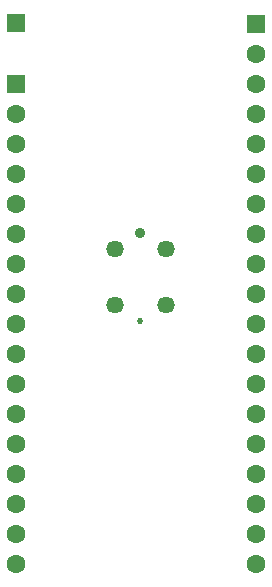
<source format=gbr>
%TF.GenerationSoftware,KiCad,Pcbnew,9.0.7-9.0.7~ubuntu22.04.1*%
%TF.CreationDate,2026-02-08T17:14:19-07:00*%
%TF.ProjectId,ESP32-S3-MINI-1_UU,45535033-322d-4533-932d-4d494e492d31,rev?*%
%TF.SameCoordinates,Original*%
%TF.FileFunction,Soldermask,Bot*%
%TF.FilePolarity,Negative*%
%FSLAX46Y46*%
G04 Gerber Fmt 4.6, Leading zero omitted, Abs format (unit mm)*
G04 Created by KiCad (PCBNEW 9.0.7-9.0.7~ubuntu22.04.1) date 2026-02-08 17:14:19*
%MOMM*%
%LPD*%
G01*
G04 APERTURE LIST*
%ADD10R,1.600000X1.600000*%
%ADD11C,1.600000*%
%ADD12C,0.520000*%
%ADD13C,0.890000*%
%ADD14C,1.460000*%
G04 APERTURE END LIST*
D10*
%TO.C,J5*%
X189840000Y-74360000D03*
D11*
X189840000Y-76900000D03*
X189840000Y-79440000D03*
X189840000Y-81980000D03*
X189840000Y-84520000D03*
X189840000Y-87060000D03*
X189840000Y-89600000D03*
X189840000Y-92140000D03*
X189840000Y-94680000D03*
X189840000Y-97220000D03*
X189840000Y-99760000D03*
X189840000Y-102300000D03*
X189840000Y-104840000D03*
X189840000Y-107380000D03*
X189840000Y-109920000D03*
X189840000Y-112460000D03*
X189840000Y-115000000D03*
%TD*%
D10*
%TO.C,J6*%
X210160000Y-69280000D03*
D11*
X210160000Y-71820000D03*
X210160000Y-74360000D03*
X210160000Y-76900000D03*
X210160000Y-79440000D03*
X210160000Y-81980000D03*
X210160000Y-84520000D03*
X210160000Y-87060000D03*
X210160000Y-89600000D03*
X210160000Y-92140000D03*
X210160000Y-94680000D03*
X210160000Y-97220000D03*
X210160000Y-99760000D03*
X210160000Y-102300000D03*
X210160000Y-104840000D03*
X210160000Y-107380000D03*
X210160000Y-109920000D03*
X210160000Y-112460000D03*
X210160000Y-115000000D03*
%TD*%
D10*
%TO.C,J4*%
X189875000Y-69270000D03*
%TD*%
D12*
%TO.C,J2*%
X200385000Y-94500000D03*
D13*
X200385000Y-87000000D03*
D14*
X198235000Y-93150000D03*
X198235000Y-88350000D03*
X202535000Y-88350000D03*
X202535000Y-93150000D03*
%TD*%
M02*

</source>
